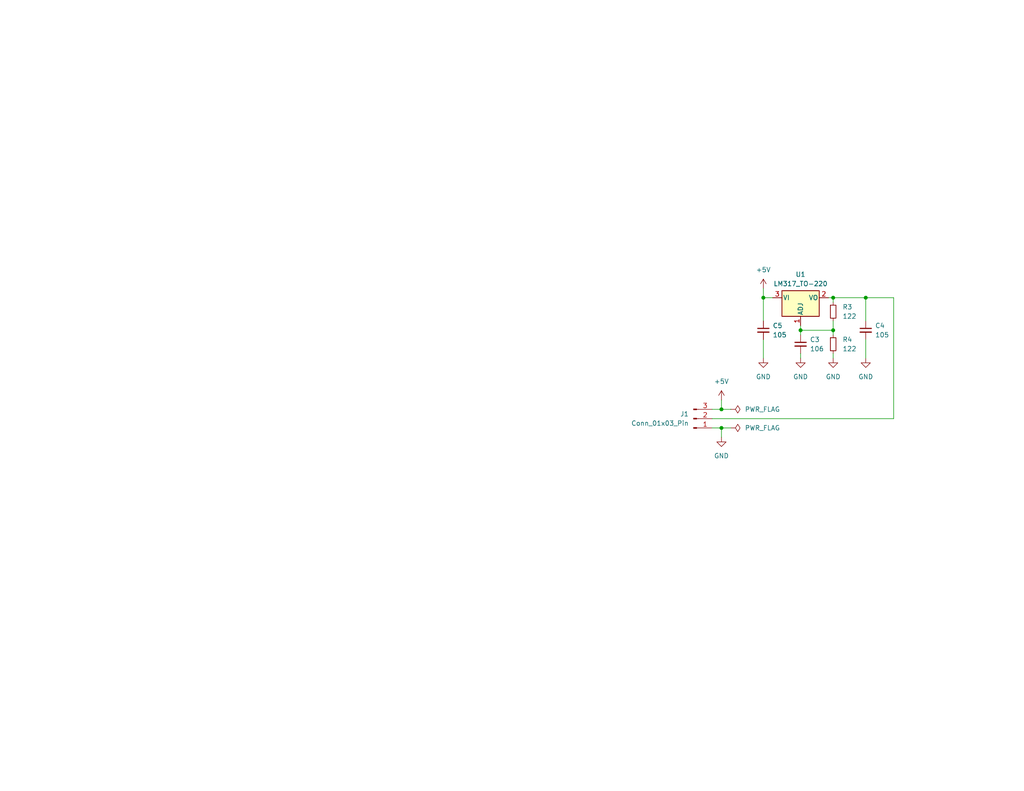
<source format=kicad_sch>
(kicad_sch (version 20230121) (generator eeschema)
  (paper "A")
  (title_block (title "Laser Crosshair PWM Gen Board"))
  (lib_symbols
    (symbol "Connector:Conn_01x03_Pin" (pin_names (offset 1.016) hide)
      (property "Reference" "J" (at 0 5.08 0))
      (property "Value" "Conn_01x03_Pin" (at 0 -5.08 0))
      (symbol "Conn_01x03_Pin_1_1"
        (polyline (pts (xy 1.27 -2.54) (xy 0.8636 -2.54)) (stroke (width 0.1524)))
        (polyline (pts (xy 1.27 0) (xy 0.8636 0)) (stroke (width 0.1524)))
        (polyline (pts (xy 1.27 2.54) (xy 0.8636 2.54)) (stroke (width 0.1524)))
        (rectangle (start 0.8636 -2.413) (end 0 -2.667) (stroke (width 0.1524)) (fill (type outline)))
        (rectangle (start 0.8636 0.127) (end 0 -0.127) (stroke (width 0.1524)) (fill (type outline)))
        (rectangle (start 0.8636 2.667) (end 0 2.413) (stroke (width 0.1524)) (fill (type outline)))
        (pin passive line (at 5.08 2.54 180) (length 3.81) (name "Pin_1") (number "1"))
        (pin passive line (at 5.08 0 180) (length 3.81) (name "Pin_2") (number "2"))
        (pin passive line (at 5.08 -2.54 180) (length 3.81) (name "Pin_3") (number "3"))
      )
    )
    (symbol "Device:C_Small" (pin_numbers hide) (pin_names (offset 0.254) hide)
      (property "Reference" "C" (at 0.254 1.778 0))
      (property "Value" "C_Small" (at 0.254 -2.032 0))
      (symbol "C_Small_0_1"
        (polyline (pts (xy -1.524 -0.508) (xy 1.524 -0.508)) (stroke (width 0.3302)))
        (polyline (pts (xy -1.524 0.508) (xy 1.524 0.508)) (stroke (width 0.3048)))
      )
      (symbol "C_Small_1_1"
        (pin passive line (at 0 2.54 270) (length 2.032) (name "~") (number "1"))
        (pin passive line (at 0 -2.54 90) (length 2.032) (name "~") (number "2"))
      )
    )
    (symbol "Device:R_Small" (pin_numbers hide) (pin_names (offset 0.254) hide)
      (property "Reference" "R" (at 0.762 0.508 0))
      (property "Value" "R_Small" (at 0.762 -1.016 0))
      (symbol "R_Small_0_1"
        (rectangle (start -0.762 1.778) (end 0.762 -1.778) (stroke (width 0.2032)))
      )
      (symbol "R_Small_1_1"
        (pin passive line (at 0 2.54 270) (length 0.762) (name "~") (number "1"))
        (pin passive line (at 0 -2.54 90) (length 0.762) (name "~") (number "2"))
      )
    )
    (symbol "Regulator_Linear:LM317_TO-220" (pin_names (offset 0.254))
      (property "Reference" "U" (at -3.81 3.175 0))
      (property "Value" "LM317_TO-220" (at 0 3.175 0))
      (symbol "LM317_TO-220_0_1"
        (rectangle (start -5.08 1.905) (end 5.08 -5.08) (stroke (width 0.254)) (fill (type background)))
      )
      (symbol "LM317_TO-220_1_1"
        (pin input line (at 0 -7.62 90) (length 2.54) (name "ADJ") (number "1"))
        (pin power_out line (at 7.62 0 180) (length 2.54) (name "VO") (number "2"))
        (pin power_in line (at -7.62 0 0) (length 2.54) (name "VI") (number "3"))
      )
    )
    (symbol "power:+5V" (power) (pin_names (offset 0))
      (property "Value" "+5V" (at 0 3.556 0))
      (symbol "+5V_0_1"
        (polyline (pts (xy -0.762 1.27) (xy 0 2.54)))
        (polyline (pts (xy 0 0) (xy 0 2.54)))
        (polyline (pts (xy 0 2.54) (xy 0.762 1.27)))
      )
      (symbol "+5V_1_1"
        (pin power_in line (at 0 0 90) (length 0) hide (name "+5V") (number "1"))
      )
    )
    (symbol "power:GND" (power) (pin_names (offset 0))
      (property "Value" "GND" (at 0 -3.81 0))
      (symbol "GND_0_1"
        (polyline (pts (xy 0 0) (xy 0 -1.27) (xy 1.27 -1.27) (xy 0 -2.54) (xy -1.27 -1.27) (xy 0 -1.27)))
      )
      (symbol "GND_1_1"
        (pin power_in line (at 0 0 270) (length 0) hide (name "GND") (number "1"))
      )
    )
    (symbol "power:PWR_FLAG" (power) (pin_numbers hide) (pin_names (offset 0) hide)
      (property "Value" "PWR_FLAG" (at 0 3.81 0))
      (symbol "PWR_FLAG_0_0"
        (pin power_out line (at 0 0 90) (length 0) (name "pwr") (number "1"))
      )
      (symbol "PWR_FLAG_0_1"
        (polyline (pts (xy 0 0) (xy 0 1.27) (xy -1.016 1.905) (xy 0 2.54) (xy 1.016 1.905) (xy 0 1.27)))
      )
    )
  )
  (junction (at 208.28 81.28))
  (junction (at 236.22 81.28))
  (junction (at 227.33 90.17))
  (junction (at 227.33 81.28))
  (junction (at 218.44 90.17))
  (junction (at 196.85 116.84))
  (junction (at 196.85 111.76))
  (wire (pts (xy 236.22 81.28) (xy 236.22 87.63)))
  (wire (pts (xy 194.31 116.84) (xy 196.85 116.84)))
  (wire (pts (xy 243.84 114.3) (xy 194.31 114.3)))
  (wire (pts (xy 243.84 81.28) (xy 243.84 114.3)))
  (wire (pts (xy 196.85 109.22) (xy 196.85 111.76)))
  (wire (pts (xy 236.22 92.71) (xy 236.22 97.79)))
  (wire (pts (xy 218.44 96.52) (xy 218.44 97.79)))
  (wire (pts (xy 227.33 96.52) (xy 227.33 97.79)))
  (wire (pts (xy 196.85 116.84) (xy 199.39 116.84)))
  (wire (pts (xy 227.33 87.63) (xy 227.33 90.17)))
  (wire (pts (xy 208.28 92.71) (xy 208.28 97.79)))
  (wire (pts (xy 227.33 81.28) (xy 227.33 82.55)))
  (wire (pts (xy 208.28 81.28) (xy 208.28 87.63)))
  (wire (pts (xy 218.44 90.17) (xy 218.44 91.44)))
  (wire (pts (xy 227.33 90.17) (xy 227.33 91.44)))
  (wire (pts (xy 194.31 111.76) (xy 196.85 111.76)))
  (wire (pts (xy 227.33 81.28) (xy 236.22 81.28)))
  (wire (pts (xy 208.28 81.28) (xy 210.82 81.28)))
  (wire (pts (xy 243.84 81.28) (xy 236.22 81.28)))
  (wire (pts (xy 218.44 88.9) (xy 218.44 90.17)))
  (wire (pts (xy 208.28 78.74) (xy 208.28 81.28)))
  (wire (pts (xy 196.85 116.84) (xy 196.85 119.38)))
  (wire (pts (xy 226.06 81.28) (xy 227.33 81.28)))
  (wire (pts (xy 196.85 111.76) (xy 199.39 111.76)))
  (wire (pts (xy 218.44 90.17) (xy 227.33 90.17)))
  (symbol (lib_id "Device:C_Small") (at 218.44 93.98 0) (unit 1)
    (property "Reference" "C3" (at 220.98 92.7163 0) (effects (justify left)))
    (property "Value" "106" (at 220.98 95.2563 0) (effects (justify left)))
    (property "Footprint" "Capacitor_SMD:C_1206_3216Metric" (effects hide))
  )
  (symbol (lib_id "Device:C_Small") (at 236.22 90.17 0) (unit 1)
    (property "Reference" "C4" (at 238.76 88.9063 0) (effects (justify left)))
    (property "Value" "105" (at 238.76 91.4463 0) (effects (justify left)))
    (property "Footprint" "Capacitor_SMD:C_0805_2012Metric" (effects hide))
  )
  (symbol (lib_id "power:PWR_FLAG") (at 199.39 111.76 270) (unit 1)
    (property "Reference" "#FLG01" (effects hide))
    (property "Value" "PWR_FLAG" (at 203.2 111.76 90) (effects (justify left)))
  )
  (symbol (lib_id "power:GND") (at 196.85 119.38 0) (unit 1)
    (property "Reference" "#PWR01" (effects hide))
    (property "Value" "GND" (at 196.85 124.46 0))
  )
  (symbol (lib_id "power:GND") (at 208.28 97.79 0) (unit 1)
    (property "Reference" "#PWR013" (effects hide))
    (property "Value" "GND" (at 208.28 102.87 0))
  )
  (symbol (lib_id "power:GND") (at 236.22 97.79 0) (unit 1)
    (property "Reference" "#PWR011" (effects hide))
    (property "Value" "GND" (at 236.22 102.87 0))
  )
  (symbol (lib_id "power:+5V") (at 196.85 109.22 0) (unit 1)
    (property "Reference" "#PWR02" (effects hide))
    (property "Value" "+5V" (at 196.85 104.14 0))
  )
  (symbol (lib_id "power:PWR_FLAG") (at 199.39 116.84 270) (unit 1)
    (property "Reference" "#FLG02" (effects hide))
    (property "Value" "PWR_FLAG" (at 203.2 116.84 90) (effects (justify left)))
  )
  (symbol (lib_id "Connector:Conn_01x03_Pin") (at 189.23 114.3 0) (mirror x) (unit 1)
    (property "Reference" "J1" (at 187.96 113.03 0) (effects (justify right)))
    (property "Value" "Conn_01x03_Pin" (at 187.96 115.57 0) (effects (justify right)))
    (property "Footprint" "Connector_PinSocket_2.54mm:PinSocket_1x03_P2.54mm_Vertical" (effects hide))
  )
  (symbol (lib_id "Device:R_Small") (at 227.33 93.98 0) (unit 1)
    (property "Reference" "R4" (at 229.87 92.71 0) (effects (justify left)))
    (property "Value" "122" (at 229.87 95.25 0) (effects (justify left)))
    (property "Footprint" "Resistor_SMD:R_0603_1608Metric" (effects hide))
  )
  (symbol (lib_id "power:GND") (at 218.44 97.79 0) (unit 1)
    (property "Reference" "#PWR010" (effects hide))
    (property "Value" "GND" (at 218.44 102.87 0))
  )
  (symbol (lib_id "Device:R_Small") (at 227.33 85.09 0) (unit 1)
    (property "Reference" "R3" (at 229.87 83.82 0) (effects (justify left)))
    (property "Value" "122" (at 229.87 86.36 0) (effects (justify left)))
    (property "Footprint" "Resistor_SMD:R_0603_1608Metric" (effects hide))
  )
  (symbol (lib_id "Device:C_Small") (at 208.28 90.17 0) (unit 1)
    (property "Reference" "C5" (at 210.82 88.9063 0) (effects (justify left)))
    (property "Value" "105" (at 210.82 91.4463 0) (effects (justify left)))
    (property "Footprint" "Capacitor_SMD:C_0805_2012Metric" (effects hide))
  )
  (symbol (lib_id "Regulator_Linear:LM317_TO-220") (at 218.44 81.28 0) (unit 1)
    (property "Reference" "U1" (at 218.44 74.93 0))
    (property "Value" "LM317_TO-220" (at 218.44 77.47 0))
    (property "Footprint" "Package_TO_SOT_THT:TO-220-3_Vertical" (effects hide))
    (property "Datasheet" "http://www.ti.com/lit/ds/symlink/lm317.pdf" (effects hide))
  )
  (symbol (lib_id "power:GND") (at 227.33 97.79 0) (unit 1)
    (property "Reference" "#PWR09" (effects hide))
    (property "Value" "GND" (at 227.33 102.87 0))
  )
  (symbol (lib_id "power:+5V") (at 208.28 78.74 0) (unit 1)
    (property "Reference" "#PWR012" (effects hide))
    (property "Value" "+5V" (at 208.28 73.66 0))
  )
)
</source>
